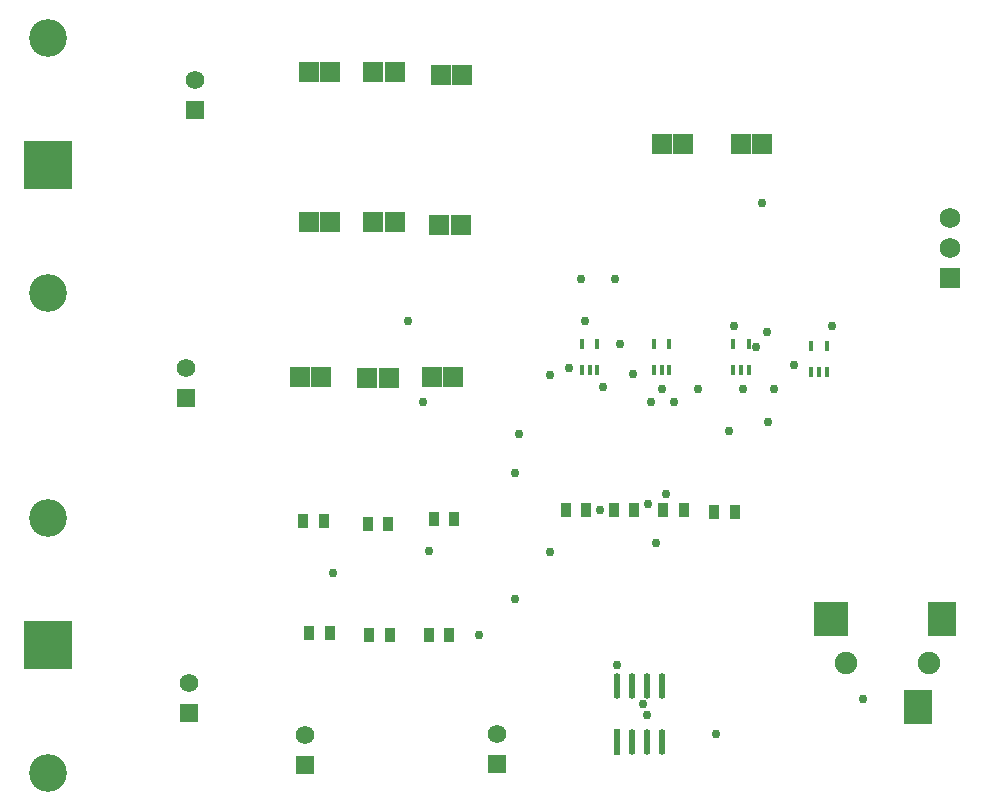
<source format=gts>
G04*
G04 #@! TF.GenerationSoftware,Altium Limited,Altium Designer,24.6.1 (21)*
G04*
G04 Layer_Color=8388736*
%FSLAX44Y44*%
%MOMM*%
G71*
G04*
G04 #@! TF.SameCoordinates,331DEB25-2CF6-4BCB-8A95-B8F28AD14DBC*
G04*
G04*
G04 #@! TF.FilePolarity,Negative*
G04*
G01*
G75*
%ADD17R,0.8065X1.3082*%
G04:AMPARAMS|DCode=21|XSize=2.1741mm|YSize=0.5821mm|CornerRadius=0.2911mm|HoleSize=0mm|Usage=FLASHONLY|Rotation=90.000|XOffset=0mm|YOffset=0mm|HoleType=Round|Shape=RoundedRectangle|*
%AMROUNDEDRECTD21*
21,1,2.1741,0.0000,0,0,90.0*
21,1,1.5919,0.5821,0,0,90.0*
1,1,0.5821,0.0000,0.7960*
1,1,0.5821,0.0000,-0.7960*
1,1,0.5821,0.0000,-0.7960*
1,1,0.5821,0.0000,0.7960*
%
%ADD21ROUNDEDRECTD21*%
%ADD22R,0.5821X2.1741*%
%ADD24R,0.4000X0.9000*%
%ADD25R,3.0032X3.0032*%
%ADD26R,2.4032X3.0032*%
%ADD27R,1.7032X1.7532*%
%ADD28R,4.1632X4.1632*%
%ADD29C,1.9032*%
%ADD30C,1.5700*%
%ADD31R,1.5700X1.5700*%
%ADD32C,1.7532*%
%ADD33R,1.7532X1.7532*%
%ADD34C,3.2032*%
%ADD35C,0.7532*%
D17*
X695579Y250190D02*
D03*
X678561D02*
D03*
X403479Y146050D02*
D03*
X386461D02*
D03*
X569467Y251460D02*
D03*
X552450D02*
D03*
X453897Y146050D02*
D03*
X436880D02*
D03*
X335662Y147320D02*
D03*
X352678D02*
D03*
X635382Y251460D02*
D03*
X652399D02*
D03*
X610489D02*
D03*
X593471D02*
D03*
X385191Y240030D02*
D03*
X402209D02*
D03*
X330582Y242570D02*
D03*
X347598D02*
D03*
X441072Y243840D02*
D03*
X458088D02*
D03*
D21*
X595630Y102401D02*
D03*
X608330D02*
D03*
X621030D02*
D03*
X633730D02*
D03*
Y55079D02*
D03*
X621030D02*
D03*
X608330D02*
D03*
D22*
X595630D02*
D03*
D24*
X566270Y392000D02*
D03*
X579270D02*
D03*
Y370000D02*
D03*
X572770D02*
D03*
X566270D02*
D03*
X760580Y390730D02*
D03*
X773580D02*
D03*
Y368730D02*
D03*
X767080D02*
D03*
X760580D02*
D03*
X694540Y392000D02*
D03*
X707540D02*
D03*
Y370000D02*
D03*
X701040D02*
D03*
X694540D02*
D03*
X627230Y392000D02*
D03*
X640230D02*
D03*
Y370000D02*
D03*
X633730D02*
D03*
X627230D02*
D03*
D25*
X776940Y158920D02*
D03*
D26*
X870940D02*
D03*
X850940Y84920D02*
D03*
D27*
X457420Y364490D02*
D03*
X439420D02*
D03*
X719041Y561340D02*
D03*
X701040D02*
D03*
X651730D02*
D03*
X633730D02*
D03*
X345550Y364490D02*
D03*
X327550D02*
D03*
X402700Y363220D02*
D03*
X384700D02*
D03*
X465040Y619760D02*
D03*
X447040D02*
D03*
X407780Y495300D02*
D03*
X389780D02*
D03*
X353060D02*
D03*
X335060D02*
D03*
X445660Y492760D02*
D03*
X463660D02*
D03*
X389780Y622300D02*
D03*
X407780D02*
D03*
X335170D02*
D03*
X353170D02*
D03*
D28*
X114300Y137160D02*
D03*
Y543560D02*
D03*
D29*
X789940Y121920D02*
D03*
X859940D02*
D03*
D30*
X494030Y62230D02*
D03*
X331470Y60960D02*
D03*
X233680Y105410D02*
D03*
X231140Y372110D02*
D03*
X238760Y615950D02*
D03*
D31*
X494030Y36830D02*
D03*
X331470Y35560D02*
D03*
X233680Y80010D02*
D03*
X231140Y346710D02*
D03*
X238760Y590550D02*
D03*
D32*
X877570Y499110D02*
D03*
Y473710D02*
D03*
D33*
Y448310D02*
D03*
D34*
X114300Y29160D02*
D03*
Y245160D02*
D03*
Y435560D02*
D03*
Y651560D02*
D03*
D35*
X609600Y367030D02*
D03*
X702310Y354330D02*
D03*
X728980D02*
D03*
X664210D02*
D03*
X694690Y407670D02*
D03*
X722630Y402590D02*
D03*
X584200Y355600D02*
D03*
X643890Y342900D02*
D03*
X624840D02*
D03*
X633730Y354330D02*
D03*
X555120Y372110D02*
D03*
X565150Y447040D02*
D03*
X594360D02*
D03*
X539620Y365760D02*
D03*
X622300Y256540D02*
D03*
X581406Y251460D02*
D03*
X628650Y223520D02*
D03*
X595630Y120142D02*
D03*
X513080Y316230D02*
D03*
X436880Y216916D02*
D03*
X637216Y264800D02*
D03*
X478790Y146050D02*
D03*
X509270Y176530D02*
D03*
Y283210D02*
D03*
X723900Y326390D02*
D03*
X431800Y342900D02*
D03*
X745490Y374650D02*
D03*
X778435Y407595D02*
D03*
X539496Y216408D02*
D03*
X691134Y318516D02*
D03*
X713486Y389382D02*
D03*
X355600Y198374D02*
D03*
X598932Y392176D02*
D03*
X680250Y62230D02*
D03*
X621030Y78232D02*
D03*
X804392Y91948D02*
D03*
X618236Y87122D02*
D03*
X418846Y411226D02*
D03*
X719041Y511302D02*
D03*
X568706Y411226D02*
D03*
M02*

</source>
